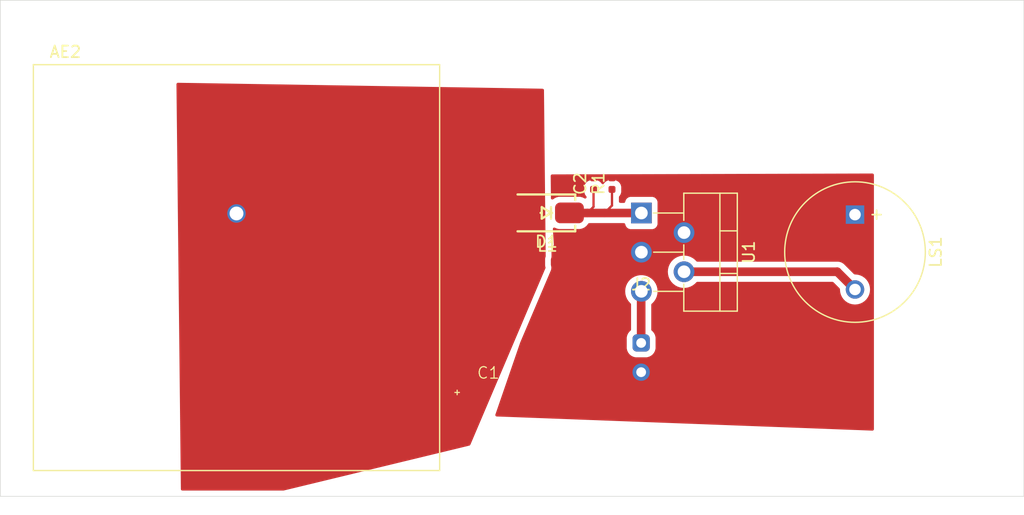
<source format=kicad_pcb>
(kicad_pcb (version 20240108) (generator "pcbnew") (generator_version "8.0")
  (layers (0 "F.Cu" signal) (31 "B.Cu" signal) (34 "B.Paste" user) (35 "F.Paste" user) (36 "B.SilkS" user "B.Silkscreen") (37 "F.SilkS" user "F.Silkscreen") (38 "B.Mask" user) (39 "F.Mask" user) (44 "Edge.Cuts" user))
  (net 0 "")
  (net 1 "Net-(AE2-A)")
  (net 2 "GND")
  (net 3 "Net-(D1-K)")
  (net 4 "/V+")
  (net 5 "Net-(LS1-+)")
  (footprint "yume:Yu-L_0603_mil" (layer "F.Cu") (at 157.47 56.5)
    (property "Reference" "L1" (at 0 -1.43 360) (layer "F.SilkS"))
    (property "Value" "1mH")
    (pad "1" smd roundrect (at -0.75 0) (size 0.9 0.9) (layers "F.Cu" "F.Paste" "F.Mask") (net 1 "Net-(AE2-A)"))
    (pad "2" smd roundrect (at 0.75 0) (size 0.9 0.9) (layers "F.Cu" "F.Paste" "F.Mask") (net 2 "GND"))
  )
  (footprint "yume:Yu-R_0402_mil" (layer "F.Cu") (at 163.07 49.68 90)
    (property "Reference" "R1" (at 0 -1.17 90) (layer "F.SilkS"))
    (property "Value" "100k")
    (pad "1" smd roundrect (at -0.5 0 90) (size 0.6 0.6) (layers "F.Cu" "F.Paste" "F.Mask") (net 3 "Net-(D1-K)"))
    (pad "2" smd roundrect (at 0.5 0 90) (size 0.6 0.6) (layers "F.Cu" "F.Paste" "F.Mask") (net 2 "GND"))
  )
  (footprint "yume:Yu-Pin-1x02-2.54-1.5-0.85-1" (layer "F.Cu") (at 165.6 63.51)
    (property "Reference" "J2" (at 0 -5.08 0) (layer "F.SilkS"))
    (property "Value" "Conn_01x02_Pin")
    (pad "1" thru_hole roundrect (at 0 0) (size 1.5 1.5) (drill 0.85) (layers "*.Cu" "*.Mask") (net 4 "/V+"))
    (pad "2" thru_hole circle (at 0 2.54) (size 1.5 1.5) (drill 0.85) (layers "*.Cu" "*.Mask") (net 2 "GND"))
  )
  (footprint "Buzzer_Beeper:MagneticBuzzer_ProSignal_ABT-410-RC" (layer "F.Cu") (at 184.15 52.37 -90)
    (property "Reference" "LS1" (at 3.25 -7 90) (layer "F.SilkS"))
    (property "Value" "Earphone")
    (fp_circle (center 3.25 0) (end 9.35 0) (stroke (width 0.12)) (fill none) (layer "F.SilkS"))
    (fp_text user "+" (at 0 -1.8 90) (layer "F.SilkS"))
    (pad "1" thru_hole rect (at 0 0 270) (size 1.6 1.6) (drill 1) (layers "*.Cu" "*.Mask") (net 2 "GND"))
    (pad "2" thru_hole circle (at 6.5 0 270) (size 1.6 1.6) (drill 1) (layers "*.Cu" "*.Mask") (net 5 "Net-(LS1-+)"))
  )
  (footprint "yume:Yu-D_SMA" (layer "F.Cu") (at 157.38 52.22 180)
    (property "Reference" "D1" (at 0 -2.5 360) (layer "F.SilkS"))
    (property "Value" "D")
    (fp_line (start 0.4 0.5) (end -0.4 0) (stroke (width 0.2)) (layer "F.SilkS"))
    (fp_line (start 0.4 0) (end 0.5 0) (stroke (width 0.2)) (layer "F.SilkS"))
    (fp_line (start 0.4 -0.5) (end 0.4 0.5) (stroke (width 0.2)) (layer "F.SilkS"))
    (fp_line (start -0.4 0) (end 0.4 -0.5) (stroke (width 0.2)) (layer "F.SilkS"))
    (fp_line (start -0.4 0) (end -0.5 0) (stroke (width 0.2)) (layer "F.SilkS"))
    (fp_line (start -0.4 -0.5) (end -0.4 0.5) (stroke (width 0.2)) (layer "F.SilkS"))
    (fp_line (start -2.5 1.6) (end 2.5 1.6) (stroke (width 0.2)) (layer "F.SilkS"))
    (fp_line (start -2.5 1.1) (end -2.5 1.6) (stroke (width 0.2)) (layer "F.SilkS"))
    (fp_line (start -2.5 -1.6) (end 2.5 -1.6) (stroke (width 0.2)) (layer "F.SilkS"))
    (fp_line (start -2.5 -1.6) (end -2.5 -1.1) (stroke (width 0.2)) (layer "F.SilkS"))
    (pad "1" smd roundrect (at -2 0 180) (size 2.5 1.8) (layers "F.Cu" "F.Paste" "F.Mask") (net 3 "Net-(D1-K)"))
    (pad "2" smd roundrect (at 2 0 180) (size 2.5 1.8) (layers "F.Cu" "F.Paste" "F.Mask") (net 1 "Net-(AE2-A)"))
  )
  (footprint "Variable Capacitors:Murata_7-50pF" (layer "F.Cu") (at 152.34 68.81)
    (property "Reference" "C1" (at 0 -2.7 0) (layer "F.SilkS") (effects (font (thickness 0.1))))
    (property "Value" "7-50pF")
    (fp_line (start -2.9 -1) (end -2.5 -1) (stroke (width 0.1)) (layer "F.SilkS"))
    (fp_line (start -2.7 -1.2) (end -2.7 -0.8) (stroke (width 0.1)) (layer "F.SilkS"))
    (pad "1" smd rect (at -2 0) (size 1.075 1.25) (layers "F.Cu" "F.Paste" "F.Mask") (net 1 "Net-(AE2-A)"))
    (pad "2" smd rect (at 2 0) (size 1.075 1.25) (layers "F.Cu" "F.Paste" "F.Mask") (net 2 "GND"))
  )
  (footprint "RF_Antenna:Astrocast_AST50127-00" (layer "F.Cu") (at 130.5 52.27)
    (property "Reference" "AE2" (at -14.84 -14.03 0) (layer "F.SilkS"))
    (property "Value" "Antenna")
    (fp_line (start -17.62 -12.92) (end 17.62 -12.92) (stroke (width 0.12)) (layer "F.SilkS"))
    (fp_line (start -17.62 22.32) (end -17.62 -12.92) (stroke (width 0.12)) (layer "F.SilkS"))
    (fp_line (start 17.62 -12.92) (end 17.62 22.32) (stroke (width 0.12)) (layer "F.SilkS"))
    (fp_line (start 17.62 22.32) (end -17.62 22.32) (stroke (width 0.12)) (layer "F.SilkS"))
    (pad "1" thru_hole circle (at 0 0) (size 1.6 1.6) (drill 1.2) (layers "*.Cu" "*.Mask") (net 1 "Net-(AE2-A)"))
  )
  (footprint "yume:Yu-C_0402_mil" (layer "F.Cu") (at 161.47 49.68 90)
    (property "Reference" "C2" (at 0 -1.16 90) (layer "F.SilkS"))
    (property "Value" "22uF")
    (pad "1" smd roundrect (at -0.5 0 90) (size 0.6 0.6) (layers "F.Cu" "F.Paste" "F.Mask") (net 3 "Net-(D1-K)"))
    (pad "2" smd roundrect (at 0.5 0 90) (size 0.6 0.6) (layers "F.Cu" "F.Paste" "F.Mask") (net 2 "GND"))
  )
  (footprint "Package_TO_SOT_THT:TO-220-5_P3.4x3.7mm_StaggerOdd_Lead3.8mm_Vertical" (layer "F.Cu") (at 165.62 52.23 -90)
    (property "Reference" "U1" (at 3.4 -9.32 90) (layer "F.SilkS"))
    (property "Value" "LM1875")
    (fp_line (start -1.721 -3.679) (end 0.635 -3.679) (stroke (width 0.12)) (layer "F.SilkS"))
    (fp_line (start 0 -3.679) (end 0 -1.049) (stroke (width 0.12)) (layer "F.SilkS"))
    (fp_line (start 2.765 -3.679) (end 4.035 -3.679) (stroke (width 0.12)) (layer "F.SilkS"))
    (fp_line (start 3.4 -3.679) (end 3.4 -1.065) (stroke (width 0.12)) (layer "F.SilkS"))
    (fp_line (start 6.165 -3.679) (end 8.52 -3.679) (stroke (width 0.12)) (layer "F.SilkS"))
    (fp_line (start 6.8 -3.679) (end 6.8 -1.065) (stroke (width 0.12)) (layer "F.SilkS"))
    (fp_line (start -1.721 -6.811) (end 8.52 -6.811) (stroke (width 0.12)) (layer "F.SilkS"))
    (fp_line (start -1.721 -8.32) (end -1.721 -3.679) (stroke (width 0.12)) (layer "F.SilkS"))
    (fp_line (start -1.721 -8.32) (end 8.52 -8.32) (stroke (width 0.12)) (layer "F.SilkS"))
    (fp_line (start 1.55 -8.32) (end 1.55 -6.811) (stroke (width 0.12)) (layer "F.SilkS"))
    (fp_line (start 5.25 -8.32) (end 5.25 -6.811) (stroke (width 0.12)) (layer "F.SilkS"))
    (fp_line (start 8.52 -8.32) (end 8.52 -3.679) (stroke (width 0.12)) (layer "F.SilkS"))
    (pad "1" thru_hole rect (at 0 0 270) (size 1.8 1.8) (drill 1.1) (layers "*.Cu" "*.Mask") (net 3 "Net-(D1-K)"))
    (pad "2" thru_hole oval (at 1.7 -3.7 270) (size 1.8 1.8) (drill 1.1) (layers "*.Cu" "*.Mask") (net 2 "GND"))
    (pad "3" thru_hole oval (at 3.4 0 270) (size 1.8 1.8) (drill 1.1) (layers "*.Cu" "*.Mask") (net 2 "GND"))
    (pad "4" thru_hole oval (at 5.1 -3.7 270) (size 1.8 1.8) (drill 1.1) (layers "*.Cu" "*.Mask") (net 5 "Net-(LS1-+)"))
    (pad "5" thru_hole oval (at 6.8 0 270) (size 1.8 1.8) (drill 1.1) (layers "*.Cu" "*.Mask") (net 4 "/V+"))
  )
  (gr_rect (start 110.01 33.76) (end 198.8 76.83) (stroke (width 0.05)) (fill none) (layer "Edge.Cuts"))
  (segment (start 161.47 51.69) (end 160.93 52.23) (width 0.2) (layer "F.Cu") (net 3))
  (segment (start 159.39 52.23) (end 159.38 52.22) (width 0.75) (layer "F.Cu") (net 3))
  (segment (start 163.07 50.18) (end 163.07 51.58) (width 0.2) (layer "F.Cu") (net 3))
  (segment (start 160.93 52.23) (end 159.39 52.23) (width 0.75) (layer "F.Cu") (net 3))
  (segment (start 162.42 52.23) (end 160.93 52.23) (width 0.75) (layer "F.Cu") (net 3))
  (segment (start 165.62 52.23) (end 162.42 52.23) (width 0.75) (layer "F.Cu") (net 3))
  (segment (start 163.07 51.58) (end 162.42 52.23) (width 0.2) (layer "F.Cu") (net 3))
  (segment (start 161.47 50.18) (end 161.47 51.69) (width 0.2) (layer "F.Cu") (net 3))
  (segment (start 165.6 59.05) (end 165.62 59.03) (width 0.75) (layer "F.Cu") (net 4))
  (segment (start 165.6 63.51) (end 165.6 59.05) (width 0.75) (layer "F.Cu") (net 4))
  (segment (start 169.32 57.33) (end 182.61 57.33) (width 0.75) (layer "F.Cu") (net 5))
  (segment (start 182.61 57.33) (end 184.15 58.87) (width 0.75) (layer "F.Cu") (net 5))
  (zone (net 1) (net_name "Net-(AE2-A)") (layer "F.Cu") (priority 1) (connect_pads yes (clearance 0.5)) (min_thickness 0.25) (fill yes (thermal_gap 0.5) (thermal_bridge_width 0.5))
    (polygon (pts (xy 157.33 56.95) (xy 157.17 41.44) (xy 125.29 40.92) (xy 125.7 78.48) (xy 150.76 72.41)))
  )
  (zone (net 2) (net_name "GND") (layer "F.Cu") (connect_pads yes (clearance 0.5)) (min_thickness 0.25) (fill yes (thermal_gap 0.5) (thermal_bridge_width 0.5))
    (polygon (pts (xy 158.03 54.98) (xy 152.9 69.89) (xy 185.79 71.13) (xy 185.79 48.8) (xy 157.63 48.88)))
  )
)
</source>
